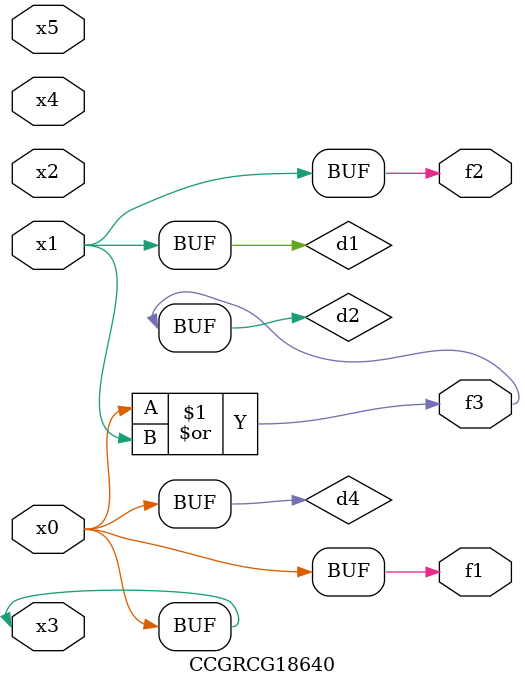
<source format=v>
module CCGRCG18640(
	input x0, x1, x2, x3, x4, x5,
	output f1, f2, f3
);

	wire d1, d2, d3, d4;

	and (d1, x1);
	or (d2, x0, x1);
	nand (d3, x0, x5);
	buf (d4, x0, x3);
	assign f1 = d4;
	assign f2 = d1;
	assign f3 = d2;
endmodule

</source>
